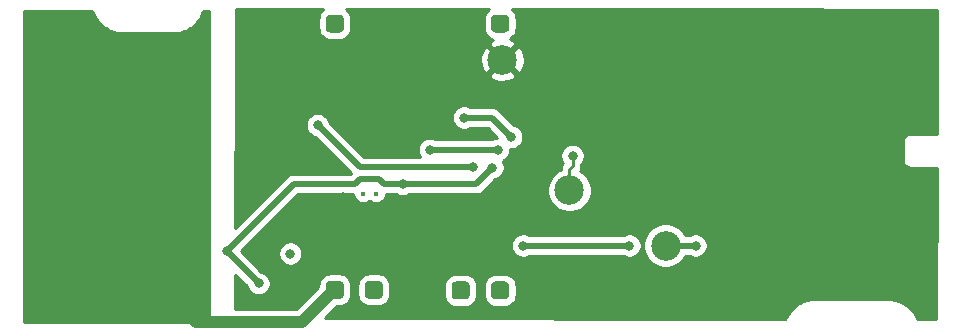
<source format=gbl>
G04 #@! TF.GenerationSoftware,KiCad,Pcbnew,(5.1.5)-3*
G04 #@! TF.CreationDate,2020-07-28T19:33:27-07:00*
G04 #@! TF.ProjectId,Main Board,4d61696e-2042-46f6-9172-642e6b696361,rev?*
G04 #@! TF.SameCoordinates,Original*
G04 #@! TF.FileFunction,Copper,L2,Bot*
G04 #@! TF.FilePolarity,Positive*
%FSLAX46Y46*%
G04 Gerber Fmt 4.6, Leading zero omitted, Abs format (unit mm)*
G04 Created by KiCad (PCBNEW (5.1.5)-3) date 2020-07-28 19:33:27*
%MOMM*%
%LPD*%
G04 APERTURE LIST*
%ADD10C,0.100000*%
%ADD11C,0.400000*%
%ADD12C,2.500000*%
%ADD13C,0.800000*%
%ADD14C,1.000000*%
%ADD15C,1.000000*%
%ADD16C,0.500000*%
%ADD17C,0.250000*%
%ADD18C,0.254000*%
G04 APERTURE END LIST*
G04 #@! TA.AperFunction,ComponentPad*
D10*
G36*
X134468345Y-107389835D02*
G01*
X134505329Y-107395321D01*
X134541598Y-107404406D01*
X134576802Y-107417002D01*
X134610602Y-107432988D01*
X134642672Y-107452210D01*
X134672704Y-107474483D01*
X134700408Y-107499592D01*
X134725517Y-107527296D01*
X134747790Y-107557328D01*
X134767012Y-107589398D01*
X134782998Y-107623198D01*
X134795594Y-107658402D01*
X134804679Y-107694671D01*
X134810165Y-107731655D01*
X134812000Y-107769000D01*
X134812000Y-108531000D01*
X134810165Y-108568345D01*
X134804679Y-108605329D01*
X134795594Y-108641598D01*
X134782998Y-108676802D01*
X134767012Y-108710602D01*
X134747790Y-108742672D01*
X134725517Y-108772704D01*
X134700408Y-108800408D01*
X134672704Y-108825517D01*
X134642672Y-108847790D01*
X134610602Y-108867012D01*
X134576802Y-108882998D01*
X134541598Y-108895594D01*
X134505329Y-108904679D01*
X134468345Y-108910165D01*
X134431000Y-108912000D01*
X133669000Y-108912000D01*
X133631655Y-108910165D01*
X133594671Y-108904679D01*
X133558402Y-108895594D01*
X133523198Y-108882998D01*
X133489398Y-108867012D01*
X133457328Y-108847790D01*
X133427296Y-108825517D01*
X133399592Y-108800408D01*
X133374483Y-108772704D01*
X133352210Y-108742672D01*
X133332988Y-108710602D01*
X133317002Y-108676802D01*
X133304406Y-108641598D01*
X133295321Y-108605329D01*
X133289835Y-108568345D01*
X133288000Y-108531000D01*
X133288000Y-107769000D01*
X133289835Y-107731655D01*
X133295321Y-107694671D01*
X133304406Y-107658402D01*
X133317002Y-107623198D01*
X133332988Y-107589398D01*
X133352210Y-107557328D01*
X133374483Y-107527296D01*
X133399592Y-107499592D01*
X133427296Y-107474483D01*
X133457328Y-107452210D01*
X133489398Y-107432988D01*
X133523198Y-107417002D01*
X133558402Y-107404406D01*
X133594671Y-107395321D01*
X133631655Y-107389835D01*
X133669000Y-107388000D01*
X134431000Y-107388000D01*
X134468345Y-107389835D01*
G37*
G04 #@! TD.AperFunction*
G04 #@! TA.AperFunction,ComponentPad*
G36*
X148468345Y-107439835D02*
G01*
X148505329Y-107445321D01*
X148541598Y-107454406D01*
X148576802Y-107467002D01*
X148610602Y-107482988D01*
X148642672Y-107502210D01*
X148672704Y-107524483D01*
X148700408Y-107549592D01*
X148725517Y-107577296D01*
X148747790Y-107607328D01*
X148767012Y-107639398D01*
X148782998Y-107673198D01*
X148795594Y-107708402D01*
X148804679Y-107744671D01*
X148810165Y-107781655D01*
X148812000Y-107819000D01*
X148812000Y-108581000D01*
X148810165Y-108618345D01*
X148804679Y-108655329D01*
X148795594Y-108691598D01*
X148782998Y-108726802D01*
X148767012Y-108760602D01*
X148747790Y-108792672D01*
X148725517Y-108822704D01*
X148700408Y-108850408D01*
X148672704Y-108875517D01*
X148642672Y-108897790D01*
X148610602Y-108917012D01*
X148576802Y-108932998D01*
X148541598Y-108945594D01*
X148505329Y-108954679D01*
X148468345Y-108960165D01*
X148431000Y-108962000D01*
X147669000Y-108962000D01*
X147631655Y-108960165D01*
X147594671Y-108954679D01*
X147558402Y-108945594D01*
X147523198Y-108932998D01*
X147489398Y-108917012D01*
X147457328Y-108897790D01*
X147427296Y-108875517D01*
X147399592Y-108850408D01*
X147374483Y-108822704D01*
X147352210Y-108792672D01*
X147332988Y-108760602D01*
X147317002Y-108726802D01*
X147304406Y-108691598D01*
X147295321Y-108655329D01*
X147289835Y-108618345D01*
X147288000Y-108581000D01*
X147288000Y-107819000D01*
X147289835Y-107781655D01*
X147295321Y-107744671D01*
X147304406Y-107708402D01*
X147317002Y-107673198D01*
X147332988Y-107639398D01*
X147352210Y-107607328D01*
X147374483Y-107577296D01*
X147399592Y-107549592D01*
X147427296Y-107524483D01*
X147457328Y-107502210D01*
X147489398Y-107482988D01*
X147523198Y-107467002D01*
X147558402Y-107454406D01*
X147594671Y-107445321D01*
X147631655Y-107439835D01*
X147669000Y-107438000D01*
X148431000Y-107438000D01*
X148468345Y-107439835D01*
G37*
G04 #@! TD.AperFunction*
G04 #@! TA.AperFunction,ComponentPad*
G36*
X148468345Y-84839835D02*
G01*
X148505329Y-84845321D01*
X148541598Y-84854406D01*
X148576802Y-84867002D01*
X148610602Y-84882988D01*
X148642672Y-84902210D01*
X148672704Y-84924483D01*
X148700408Y-84949592D01*
X148725517Y-84977296D01*
X148747790Y-85007328D01*
X148767012Y-85039398D01*
X148782998Y-85073198D01*
X148795594Y-85108402D01*
X148804679Y-85144671D01*
X148810165Y-85181655D01*
X148812000Y-85219000D01*
X148812000Y-85981000D01*
X148810165Y-86018345D01*
X148804679Y-86055329D01*
X148795594Y-86091598D01*
X148782998Y-86126802D01*
X148767012Y-86160602D01*
X148747790Y-86192672D01*
X148725517Y-86222704D01*
X148700408Y-86250408D01*
X148672704Y-86275517D01*
X148642672Y-86297790D01*
X148610602Y-86317012D01*
X148576802Y-86332998D01*
X148541598Y-86345594D01*
X148505329Y-86354679D01*
X148468345Y-86360165D01*
X148431000Y-86362000D01*
X147669000Y-86362000D01*
X147631655Y-86360165D01*
X147594671Y-86354679D01*
X147558402Y-86345594D01*
X147523198Y-86332998D01*
X147489398Y-86317012D01*
X147457328Y-86297790D01*
X147427296Y-86275517D01*
X147399592Y-86250408D01*
X147374483Y-86222704D01*
X147352210Y-86192672D01*
X147332988Y-86160602D01*
X147317002Y-86126802D01*
X147304406Y-86091598D01*
X147295321Y-86055329D01*
X147289835Y-86018345D01*
X147288000Y-85981000D01*
X147288000Y-85219000D01*
X147289835Y-85181655D01*
X147295321Y-85144671D01*
X147304406Y-85108402D01*
X147317002Y-85073198D01*
X147332988Y-85039398D01*
X147352210Y-85007328D01*
X147374483Y-84977296D01*
X147399592Y-84949592D01*
X147427296Y-84924483D01*
X147457328Y-84902210D01*
X147489398Y-84882988D01*
X147523198Y-84867002D01*
X147558402Y-84854406D01*
X147594671Y-84845321D01*
X147631655Y-84839835D01*
X147669000Y-84838000D01*
X148431000Y-84838000D01*
X148468345Y-84839835D01*
G37*
G04 #@! TD.AperFunction*
G04 #@! TA.AperFunction,ComponentPad*
G36*
X134468345Y-84839835D02*
G01*
X134505329Y-84845321D01*
X134541598Y-84854406D01*
X134576802Y-84867002D01*
X134610602Y-84882988D01*
X134642672Y-84902210D01*
X134672704Y-84924483D01*
X134700408Y-84949592D01*
X134725517Y-84977296D01*
X134747790Y-85007328D01*
X134767012Y-85039398D01*
X134782998Y-85073198D01*
X134795594Y-85108402D01*
X134804679Y-85144671D01*
X134810165Y-85181655D01*
X134812000Y-85219000D01*
X134812000Y-85981000D01*
X134810165Y-86018345D01*
X134804679Y-86055329D01*
X134795594Y-86091598D01*
X134782998Y-86126802D01*
X134767012Y-86160602D01*
X134747790Y-86192672D01*
X134725517Y-86222704D01*
X134700408Y-86250408D01*
X134672704Y-86275517D01*
X134642672Y-86297790D01*
X134610602Y-86317012D01*
X134576802Y-86332998D01*
X134541598Y-86345594D01*
X134505329Y-86354679D01*
X134468345Y-86360165D01*
X134431000Y-86362000D01*
X133669000Y-86362000D01*
X133631655Y-86360165D01*
X133594671Y-86354679D01*
X133558402Y-86345594D01*
X133523198Y-86332998D01*
X133489398Y-86317012D01*
X133457328Y-86297790D01*
X133427296Y-86275517D01*
X133399592Y-86250408D01*
X133374483Y-86222704D01*
X133352210Y-86192672D01*
X133332988Y-86160602D01*
X133317002Y-86126802D01*
X133304406Y-86091598D01*
X133295321Y-86055329D01*
X133289835Y-86018345D01*
X133288000Y-85981000D01*
X133288000Y-85219000D01*
X133289835Y-85181655D01*
X133295321Y-85144671D01*
X133304406Y-85108402D01*
X133317002Y-85073198D01*
X133332988Y-85039398D01*
X133352210Y-85007328D01*
X133374483Y-84977296D01*
X133399592Y-84949592D01*
X133427296Y-84924483D01*
X133457328Y-84902210D01*
X133489398Y-84882988D01*
X133523198Y-84867002D01*
X133558402Y-84854406D01*
X133594671Y-84845321D01*
X133631655Y-84839835D01*
X133669000Y-84838000D01*
X134431000Y-84838000D01*
X134468345Y-84839835D01*
G37*
G04 #@! TD.AperFunction*
G04 #@! TA.AperFunction,ComponentPad*
G36*
X137768345Y-107389835D02*
G01*
X137805329Y-107395321D01*
X137841598Y-107404406D01*
X137876802Y-107417002D01*
X137910602Y-107432988D01*
X137942672Y-107452210D01*
X137972704Y-107474483D01*
X138000408Y-107499592D01*
X138025517Y-107527296D01*
X138047790Y-107557328D01*
X138067012Y-107589398D01*
X138082998Y-107623198D01*
X138095594Y-107658402D01*
X138104679Y-107694671D01*
X138110165Y-107731655D01*
X138112000Y-107769000D01*
X138112000Y-108531000D01*
X138110165Y-108568345D01*
X138104679Y-108605329D01*
X138095594Y-108641598D01*
X138082998Y-108676802D01*
X138067012Y-108710602D01*
X138047790Y-108742672D01*
X138025517Y-108772704D01*
X138000408Y-108800408D01*
X137972704Y-108825517D01*
X137942672Y-108847790D01*
X137910602Y-108867012D01*
X137876802Y-108882998D01*
X137841598Y-108895594D01*
X137805329Y-108904679D01*
X137768345Y-108910165D01*
X137731000Y-108912000D01*
X136969000Y-108912000D01*
X136931655Y-108910165D01*
X136894671Y-108904679D01*
X136858402Y-108895594D01*
X136823198Y-108882998D01*
X136789398Y-108867012D01*
X136757328Y-108847790D01*
X136727296Y-108825517D01*
X136699592Y-108800408D01*
X136674483Y-108772704D01*
X136652210Y-108742672D01*
X136632988Y-108710602D01*
X136617002Y-108676802D01*
X136604406Y-108641598D01*
X136595321Y-108605329D01*
X136589835Y-108568345D01*
X136588000Y-108531000D01*
X136588000Y-107769000D01*
X136589835Y-107731655D01*
X136595321Y-107694671D01*
X136604406Y-107658402D01*
X136617002Y-107623198D01*
X136632988Y-107589398D01*
X136652210Y-107557328D01*
X136674483Y-107527296D01*
X136699592Y-107499592D01*
X136727296Y-107474483D01*
X136757328Y-107452210D01*
X136789398Y-107432988D01*
X136823198Y-107417002D01*
X136858402Y-107404406D01*
X136894671Y-107395321D01*
X136931655Y-107389835D01*
X136969000Y-107388000D01*
X137731000Y-107388000D01*
X137768345Y-107389835D01*
G37*
G04 #@! TD.AperFunction*
G04 #@! TA.AperFunction,ComponentPad*
G36*
X145118345Y-107439835D02*
G01*
X145155329Y-107445321D01*
X145191598Y-107454406D01*
X145226802Y-107467002D01*
X145260602Y-107482988D01*
X145292672Y-107502210D01*
X145322704Y-107524483D01*
X145350408Y-107549592D01*
X145375517Y-107577296D01*
X145397790Y-107607328D01*
X145417012Y-107639398D01*
X145432998Y-107673198D01*
X145445594Y-107708402D01*
X145454679Y-107744671D01*
X145460165Y-107781655D01*
X145462000Y-107819000D01*
X145462000Y-108581000D01*
X145460165Y-108618345D01*
X145454679Y-108655329D01*
X145445594Y-108691598D01*
X145432998Y-108726802D01*
X145417012Y-108760602D01*
X145397790Y-108792672D01*
X145375517Y-108822704D01*
X145350408Y-108850408D01*
X145322704Y-108875517D01*
X145292672Y-108897790D01*
X145260602Y-108917012D01*
X145226802Y-108932998D01*
X145191598Y-108945594D01*
X145155329Y-108954679D01*
X145118345Y-108960165D01*
X145081000Y-108962000D01*
X144319000Y-108962000D01*
X144281655Y-108960165D01*
X144244671Y-108954679D01*
X144208402Y-108945594D01*
X144173198Y-108932998D01*
X144139398Y-108917012D01*
X144107328Y-108897790D01*
X144077296Y-108875517D01*
X144049592Y-108850408D01*
X144024483Y-108822704D01*
X144002210Y-108792672D01*
X143982988Y-108760602D01*
X143967002Y-108726802D01*
X143954406Y-108691598D01*
X143945321Y-108655329D01*
X143939835Y-108618345D01*
X143938000Y-108581000D01*
X143938000Y-107819000D01*
X143939835Y-107781655D01*
X143945321Y-107744671D01*
X143954406Y-107708402D01*
X143967002Y-107673198D01*
X143982988Y-107639398D01*
X144002210Y-107607328D01*
X144024483Y-107577296D01*
X144049592Y-107549592D01*
X144077296Y-107524483D01*
X144107328Y-107502210D01*
X144139398Y-107482988D01*
X144173198Y-107467002D01*
X144208402Y-107454406D01*
X144244671Y-107445321D01*
X144281655Y-107439835D01*
X144319000Y-107438000D01*
X145081000Y-107438000D01*
X145118345Y-107439835D01*
G37*
G04 #@! TD.AperFunction*
D11*
X136450000Y-100000000D03*
X137550000Y-100000000D03*
D12*
X162060000Y-104400000D03*
X148250000Y-88660000D03*
X153920000Y-99700000D03*
D13*
X130280000Y-105080000D03*
X114190000Y-89780000D03*
X117790000Y-89780000D03*
X116190000Y-89780000D03*
X112190000Y-89780000D03*
X110190000Y-89780000D03*
X108190000Y-89780000D03*
X108790000Y-101980000D03*
X108780000Y-107530000D03*
X108390000Y-97180000D03*
X108410000Y-94820000D03*
X112300000Y-107570000D03*
D14*
X121590000Y-110180000D03*
X122790000Y-109380000D03*
X120090000Y-109880000D03*
X118590000Y-109880000D03*
X117090000Y-109880000D03*
X115590000Y-109880000D03*
X114090000Y-109880000D03*
X112590000Y-109880000D03*
X111090000Y-109880000D03*
X109590000Y-109880000D03*
X108290000Y-109890000D03*
D13*
X114590000Y-99380000D03*
X116590000Y-100880000D03*
X114590000Y-101380000D03*
X111800000Y-104400000D03*
X108800000Y-104150000D03*
X108810000Y-99560000D03*
X111120000Y-100990000D03*
X111100000Y-99210000D03*
X108290000Y-92650000D03*
X110600000Y-107400000D03*
X128590000Y-88380000D03*
X129000000Y-90400000D03*
X133400000Y-102600000D03*
X142000000Y-109600000D03*
X140000000Y-109600000D03*
X141000000Y-108200000D03*
X146030000Y-101040000D03*
X148082000Y-102616000D03*
X151000000Y-108400000D03*
X149860000Y-106426000D03*
X141200000Y-100400000D03*
X134760000Y-100270000D03*
X164084000Y-85344000D03*
X167894000Y-85420000D03*
X172974000Y-85344000D03*
X177546000Y-85430000D03*
X184500000Y-85270000D03*
X184260000Y-90590000D03*
X181570000Y-96120000D03*
X179832000Y-91186000D03*
X170590000Y-87630000D03*
X164084000Y-94742000D03*
X173482000Y-93218000D03*
X172000000Y-94600000D03*
X177800000Y-98552000D03*
X150640000Y-91440000D03*
X154000000Y-87000000D03*
X150640000Y-87090000D03*
X151640000Y-85320000D03*
X155370000Y-85180000D03*
X127140000Y-104920000D03*
X132460000Y-104780000D03*
X131064000Y-102362000D03*
X126800000Y-95000000D03*
X132000000Y-96600000D03*
X125984000Y-108204000D03*
X128290000Y-109474000D03*
X179200000Y-92800000D03*
X126280000Y-99960000D03*
X163150000Y-90820000D03*
X142600000Y-100600000D03*
X140500000Y-87500000D03*
X144500000Y-87500000D03*
X144500000Y-91000000D03*
X140500000Y-91000000D03*
X140500000Y-91000000D03*
X133700000Y-88300000D03*
X137600000Y-87500000D03*
X150000000Y-104400000D03*
X159000000Y-104400000D03*
X164600000Y-104400000D03*
X144990000Y-93560000D03*
X149000000Y-95200000D03*
X142090000Y-96280000D03*
X147880000Y-96280000D03*
X145790000Y-97780000D03*
X132600000Y-94200000D03*
X154180000Y-96800000D03*
X139790000Y-99180000D03*
X124890000Y-104880000D03*
X147400000Y-97800000D03*
X127600000Y-107600000D03*
D15*
X131269999Y-110880001D02*
X122290001Y-110880001D01*
X122290001Y-110880001D02*
X121590000Y-110180000D01*
X133950000Y-108200000D02*
X131269999Y-110880001D01*
X121590000Y-110180000D02*
X121590000Y-110180000D01*
D16*
X159000000Y-104400000D02*
X150000000Y-104400000D01*
X162060000Y-104400000D02*
X164600000Y-104400000D01*
X149000000Y-95200000D02*
X147360000Y-93560000D01*
X147360000Y-93560000D02*
X144990000Y-93560000D01*
X142090000Y-96280000D02*
X147880000Y-96280000D01*
X136180000Y-97780000D02*
X132600000Y-94200000D01*
X136180000Y-97780000D02*
X145790000Y-97780000D01*
D17*
X153920000Y-97932234D02*
X154180000Y-97672234D01*
X154180000Y-97672234D02*
X154180000Y-96800000D01*
X153920000Y-99700000D02*
X153920000Y-97932234D01*
X154180000Y-96800000D02*
X154180000Y-96800000D01*
D16*
X139790000Y-99180000D02*
X138180000Y-99180000D01*
X130585000Y-99185000D02*
X124890000Y-104880000D01*
X130590000Y-99180000D02*
X130585000Y-99185000D01*
X135780000Y-99180000D02*
X130590000Y-99180000D01*
X136160000Y-98800000D02*
X135780000Y-99180000D01*
X137800000Y-98800000D02*
X136160000Y-98800000D01*
X138180000Y-99180000D02*
X137800000Y-98800000D01*
X147400000Y-97800000D02*
X146020000Y-99180000D01*
X146020000Y-99180000D02*
X139790000Y-99180000D01*
X127600000Y-107600000D02*
X124890000Y-104890000D01*
D18*
G36*
X113606354Y-84732320D02*
G01*
X113629251Y-84786789D01*
X113651390Y-84841585D01*
X113655664Y-84849623D01*
X113844785Y-85199396D01*
X113877836Y-85248396D01*
X113910188Y-85297836D01*
X113915941Y-85304890D01*
X114169398Y-85611267D01*
X114211340Y-85652917D01*
X114252676Y-85695128D01*
X114259690Y-85700931D01*
X114567829Y-85952243D01*
X114617089Y-85984972D01*
X114665810Y-86018331D01*
X114673812Y-86022658D01*
X114673816Y-86022661D01*
X114673820Y-86022663D01*
X115024901Y-86209335D01*
X115079562Y-86231865D01*
X115133851Y-86255133D01*
X115142541Y-86257823D01*
X115142548Y-86257826D01*
X115142555Y-86257827D01*
X115523203Y-86372752D01*
X115581220Y-86384240D01*
X115638974Y-86396516D01*
X115648018Y-86397467D01*
X115648028Y-86397469D01*
X115648037Y-86397469D01*
X116043758Y-86436270D01*
X116043764Y-86436270D01*
X116075360Y-86439382D01*
X120372022Y-86439382D01*
X120400675Y-86436560D01*
X120413315Y-86436648D01*
X120422375Y-86435760D01*
X120817825Y-86394197D01*
X120875737Y-86382310D01*
X120933761Y-86371241D01*
X120942470Y-86368612D01*
X120942474Y-86368611D01*
X120942477Y-86368610D01*
X121322320Y-86251028D01*
X121376789Y-86228131D01*
X121431585Y-86205992D01*
X121439623Y-86201718D01*
X121789396Y-86012597D01*
X121838396Y-85979546D01*
X121887836Y-85947194D01*
X121894890Y-85941441D01*
X122201267Y-85687984D01*
X122242917Y-85646042D01*
X122285128Y-85604706D01*
X122290931Y-85597692D01*
X122542243Y-85289553D01*
X122574972Y-85240293D01*
X122608331Y-85191572D01*
X122612658Y-85183570D01*
X122612661Y-85183566D01*
X122612663Y-85183562D01*
X122799335Y-84832481D01*
X122821865Y-84777820D01*
X122845133Y-84723531D01*
X122847823Y-84714841D01*
X122847826Y-84714834D01*
X122847827Y-84714827D01*
X122910574Y-84507000D01*
X123376202Y-84507000D01*
X123376202Y-110853000D01*
X107772000Y-110853000D01*
X107772000Y-84507000D01*
X113536605Y-84507000D01*
X113606354Y-84732320D01*
G37*
X113606354Y-84732320D02*
X113629251Y-84786789D01*
X113651390Y-84841585D01*
X113655664Y-84849623D01*
X113844785Y-85199396D01*
X113877836Y-85248396D01*
X113910188Y-85297836D01*
X113915941Y-85304890D01*
X114169398Y-85611267D01*
X114211340Y-85652917D01*
X114252676Y-85695128D01*
X114259690Y-85700931D01*
X114567829Y-85952243D01*
X114617089Y-85984972D01*
X114665810Y-86018331D01*
X114673812Y-86022658D01*
X114673816Y-86022661D01*
X114673820Y-86022663D01*
X115024901Y-86209335D01*
X115079562Y-86231865D01*
X115133851Y-86255133D01*
X115142541Y-86257823D01*
X115142548Y-86257826D01*
X115142555Y-86257827D01*
X115523203Y-86372752D01*
X115581220Y-86384240D01*
X115638974Y-86396516D01*
X115648018Y-86397467D01*
X115648028Y-86397469D01*
X115648037Y-86397469D01*
X116043758Y-86436270D01*
X116043764Y-86436270D01*
X116075360Y-86439382D01*
X120372022Y-86439382D01*
X120400675Y-86436560D01*
X120413315Y-86436648D01*
X120422375Y-86435760D01*
X120817825Y-86394197D01*
X120875737Y-86382310D01*
X120933761Y-86371241D01*
X120942470Y-86368612D01*
X120942474Y-86368611D01*
X120942477Y-86368610D01*
X121322320Y-86251028D01*
X121376789Y-86228131D01*
X121431585Y-86205992D01*
X121439623Y-86201718D01*
X121789396Y-86012597D01*
X121838396Y-85979546D01*
X121887836Y-85947194D01*
X121894890Y-85941441D01*
X122201267Y-85687984D01*
X122242917Y-85646042D01*
X122285128Y-85604706D01*
X122290931Y-85597692D01*
X122542243Y-85289553D01*
X122574972Y-85240293D01*
X122608331Y-85191572D01*
X122612658Y-85183570D01*
X122612661Y-85183566D01*
X122612663Y-85183562D01*
X122799335Y-84832481D01*
X122821865Y-84777820D01*
X122845133Y-84723531D01*
X122847823Y-84714841D01*
X122847826Y-84714834D01*
X122847827Y-84714827D01*
X122910574Y-84507000D01*
X123376202Y-84507000D01*
X123376202Y-110853000D01*
X107772000Y-110853000D01*
X107772000Y-84507000D01*
X113536605Y-84507000D01*
X113606354Y-84732320D01*
G36*
X132954092Y-84504092D02*
G01*
X132828357Y-84657300D01*
X132734927Y-84832094D01*
X132677394Y-85021757D01*
X132657967Y-85219000D01*
X132657967Y-85981000D01*
X132677394Y-86178243D01*
X132734927Y-86367906D01*
X132828357Y-86542700D01*
X132954092Y-86695908D01*
X133107300Y-86821643D01*
X133282094Y-86915073D01*
X133471757Y-86972606D01*
X133669000Y-86992033D01*
X134431000Y-86992033D01*
X134628243Y-86972606D01*
X134817906Y-86915073D01*
X134992700Y-86821643D01*
X135145908Y-86695908D01*
X135271643Y-86542700D01*
X135365073Y-86367906D01*
X135422606Y-86178243D01*
X135442033Y-85981000D01*
X135442033Y-85219000D01*
X135422606Y-85021757D01*
X135365073Y-84832094D01*
X135271643Y-84657300D01*
X135145908Y-84504092D01*
X135021509Y-84402000D01*
X147078491Y-84402000D01*
X146954092Y-84504092D01*
X146828357Y-84657300D01*
X146734927Y-84832094D01*
X146677394Y-85021757D01*
X146657967Y-85219000D01*
X146657967Y-85981000D01*
X146677394Y-86178243D01*
X146734927Y-86367906D01*
X146828357Y-86542700D01*
X146954092Y-86695908D01*
X147107300Y-86821643D01*
X147282094Y-86915073D01*
X147425165Y-86958473D01*
X147241914Y-87056423D01*
X147116000Y-87346395D01*
X148250000Y-88480395D01*
X149384000Y-87346395D01*
X149258086Y-87056423D01*
X148925874Y-86890567D01*
X148884765Y-86879336D01*
X148992700Y-86821643D01*
X149145908Y-86695908D01*
X149271643Y-86542700D01*
X149365073Y-86367906D01*
X149422606Y-86178243D01*
X149442033Y-85981000D01*
X149442033Y-85219000D01*
X149422606Y-85021757D01*
X149365073Y-84832094D01*
X149271643Y-84657300D01*
X149145908Y-84504092D01*
X149021509Y-84402000D01*
X166025800Y-84402000D01*
X185052496Y-84446701D01*
X185010824Y-94948000D01*
X182832022Y-94948000D01*
X182800000Y-94944846D01*
X182767978Y-94948000D01*
X182672186Y-94957435D01*
X182549283Y-94994717D01*
X182436016Y-95055259D01*
X182336736Y-95136736D01*
X182255259Y-95236016D01*
X182194717Y-95349283D01*
X182157435Y-95472186D01*
X182144846Y-95600000D01*
X182148000Y-95632022D01*
X182148001Y-97127968D01*
X182144846Y-97160000D01*
X182157435Y-97287814D01*
X182194717Y-97410717D01*
X182255259Y-97523984D01*
X182336736Y-97623264D01*
X182436016Y-97704741D01*
X182549283Y-97765283D01*
X182672186Y-97802565D01*
X182767978Y-97812000D01*
X182800000Y-97815154D01*
X182832022Y-97812000D01*
X184999459Y-97812000D01*
X184948504Y-110652702D01*
X183387638Y-110649035D01*
X183381028Y-110627680D01*
X183358120Y-110573183D01*
X183335992Y-110518415D01*
X183331722Y-110510385D01*
X183331718Y-110510375D01*
X183331713Y-110510367D01*
X183142597Y-110160604D01*
X183109546Y-110111604D01*
X183077194Y-110062164D01*
X183071441Y-110055110D01*
X182817984Y-109748733D01*
X182776042Y-109707083D01*
X182734706Y-109664872D01*
X182727692Y-109659069D01*
X182419553Y-109407757D01*
X182370308Y-109375039D01*
X182321572Y-109341669D01*
X182313565Y-109337339D01*
X181962481Y-109150665D01*
X181907820Y-109128135D01*
X181853531Y-109104867D01*
X181844841Y-109102177D01*
X181844834Y-109102174D01*
X181844827Y-109102173D01*
X181464179Y-108987248D01*
X181406162Y-108975760D01*
X181348408Y-108963484D01*
X181339364Y-108962533D01*
X181339354Y-108962531D01*
X181339345Y-108962531D01*
X180943625Y-108923730D01*
X180943618Y-108923730D01*
X180912022Y-108920618D01*
X174643360Y-108920618D01*
X174614707Y-108923440D01*
X174602067Y-108923352D01*
X174593007Y-108924240D01*
X174197557Y-108965803D01*
X174139632Y-108977693D01*
X174081622Y-108988759D01*
X174072915Y-108991388D01*
X174072908Y-108991389D01*
X174072902Y-108991392D01*
X173693062Y-109108972D01*
X173638565Y-109131880D01*
X173583797Y-109154008D01*
X173575767Y-109158278D01*
X173575757Y-109158282D01*
X173575749Y-109158287D01*
X173225986Y-109347403D01*
X173176986Y-109380454D01*
X173127546Y-109412806D01*
X173120492Y-109418559D01*
X172814115Y-109672016D01*
X172772465Y-109713958D01*
X172730254Y-109755294D01*
X172724451Y-109762308D01*
X172473139Y-110070447D01*
X172440421Y-110119692D01*
X172407051Y-110168428D01*
X172402721Y-110176435D01*
X172216047Y-110527519D01*
X172193517Y-110582180D01*
X172176153Y-110622695D01*
X133212664Y-110531155D01*
X134201786Y-109542033D01*
X134431000Y-109542033D01*
X134628243Y-109522606D01*
X134817906Y-109465073D01*
X134992700Y-109371643D01*
X135145908Y-109245908D01*
X135271643Y-109092700D01*
X135365073Y-108917906D01*
X135422606Y-108728243D01*
X135442033Y-108531000D01*
X135442033Y-107769000D01*
X135957967Y-107769000D01*
X135957967Y-108531000D01*
X135977394Y-108728243D01*
X136034927Y-108917906D01*
X136128357Y-109092700D01*
X136254092Y-109245908D01*
X136407300Y-109371643D01*
X136582094Y-109465073D01*
X136771757Y-109522606D01*
X136969000Y-109542033D01*
X137731000Y-109542033D01*
X137928243Y-109522606D01*
X138117906Y-109465073D01*
X138292700Y-109371643D01*
X138445908Y-109245908D01*
X138571643Y-109092700D01*
X138665073Y-108917906D01*
X138722606Y-108728243D01*
X138742033Y-108531000D01*
X138742033Y-107819000D01*
X143307967Y-107819000D01*
X143307967Y-108581000D01*
X143327394Y-108778243D01*
X143384927Y-108967906D01*
X143478357Y-109142700D01*
X143604092Y-109295908D01*
X143757300Y-109421643D01*
X143932094Y-109515073D01*
X144121757Y-109572606D01*
X144319000Y-109592033D01*
X145081000Y-109592033D01*
X145278243Y-109572606D01*
X145467906Y-109515073D01*
X145642700Y-109421643D01*
X145795908Y-109295908D01*
X145921643Y-109142700D01*
X146015073Y-108967906D01*
X146072606Y-108778243D01*
X146092033Y-108581000D01*
X146092033Y-107819000D01*
X146657967Y-107819000D01*
X146657967Y-108581000D01*
X146677394Y-108778243D01*
X146734927Y-108967906D01*
X146828357Y-109142700D01*
X146954092Y-109295908D01*
X147107300Y-109421643D01*
X147282094Y-109515073D01*
X147471757Y-109572606D01*
X147669000Y-109592033D01*
X148431000Y-109592033D01*
X148628243Y-109572606D01*
X148817906Y-109515073D01*
X148992700Y-109421643D01*
X149145908Y-109295908D01*
X149271643Y-109142700D01*
X149365073Y-108967906D01*
X149422606Y-108778243D01*
X149442033Y-108581000D01*
X149442033Y-107819000D01*
X149422606Y-107621757D01*
X149365073Y-107432094D01*
X149271643Y-107257300D01*
X149145908Y-107104092D01*
X148992700Y-106978357D01*
X148817906Y-106884927D01*
X148628243Y-106827394D01*
X148431000Y-106807967D01*
X147669000Y-106807967D01*
X147471757Y-106827394D01*
X147282094Y-106884927D01*
X147107300Y-106978357D01*
X146954092Y-107104092D01*
X146828357Y-107257300D01*
X146734927Y-107432094D01*
X146677394Y-107621757D01*
X146657967Y-107819000D01*
X146092033Y-107819000D01*
X146072606Y-107621757D01*
X146015073Y-107432094D01*
X145921643Y-107257300D01*
X145795908Y-107104092D01*
X145642700Y-106978357D01*
X145467906Y-106884927D01*
X145278243Y-106827394D01*
X145081000Y-106807967D01*
X144319000Y-106807967D01*
X144121757Y-106827394D01*
X143932094Y-106884927D01*
X143757300Y-106978357D01*
X143604092Y-107104092D01*
X143478357Y-107257300D01*
X143384927Y-107432094D01*
X143327394Y-107621757D01*
X143307967Y-107819000D01*
X138742033Y-107819000D01*
X138742033Y-107769000D01*
X138722606Y-107571757D01*
X138665073Y-107382094D01*
X138571643Y-107207300D01*
X138445908Y-107054092D01*
X138292700Y-106928357D01*
X138117906Y-106834927D01*
X137928243Y-106777394D01*
X137731000Y-106757967D01*
X136969000Y-106757967D01*
X136771757Y-106777394D01*
X136582094Y-106834927D01*
X136407300Y-106928357D01*
X136254092Y-107054092D01*
X136128357Y-107207300D01*
X136034927Y-107382094D01*
X135977394Y-107571757D01*
X135957967Y-107769000D01*
X135442033Y-107769000D01*
X135422606Y-107571757D01*
X135365073Y-107382094D01*
X135271643Y-107207300D01*
X135145908Y-107054092D01*
X134992700Y-106928357D01*
X134817906Y-106834927D01*
X134628243Y-106777394D01*
X134431000Y-106757967D01*
X133669000Y-106757967D01*
X133471757Y-106777394D01*
X133282094Y-106834927D01*
X133107300Y-106928357D01*
X132954092Y-107054092D01*
X132828357Y-107207300D01*
X132734927Y-107382094D01*
X132677394Y-107571757D01*
X132657967Y-107769000D01*
X132657967Y-107898214D01*
X130803181Y-109753001D01*
X125615521Y-109753001D01*
X125626972Y-106867238D01*
X126600838Y-107841104D01*
X126612467Y-107899565D01*
X126689885Y-108086467D01*
X126802277Y-108254674D01*
X126945326Y-108397723D01*
X127113533Y-108510115D01*
X127300435Y-108587533D01*
X127498849Y-108627000D01*
X127701151Y-108627000D01*
X127899565Y-108587533D01*
X128086467Y-108510115D01*
X128254674Y-108397723D01*
X128397723Y-108254674D01*
X128510115Y-108086467D01*
X128587533Y-107899565D01*
X128627000Y-107701151D01*
X128627000Y-107498849D01*
X128587533Y-107300435D01*
X128510115Y-107113533D01*
X128397723Y-106945326D01*
X128254674Y-106802277D01*
X128086467Y-106689885D01*
X127899565Y-106612467D01*
X127841104Y-106600838D01*
X126219115Y-104978849D01*
X129253000Y-104978849D01*
X129253000Y-105181151D01*
X129292467Y-105379565D01*
X129369885Y-105566467D01*
X129482277Y-105734674D01*
X129625326Y-105877723D01*
X129793533Y-105990115D01*
X129980435Y-106067533D01*
X130178849Y-106107000D01*
X130381151Y-106107000D01*
X130579565Y-106067533D01*
X130766467Y-105990115D01*
X130934674Y-105877723D01*
X131077723Y-105734674D01*
X131190115Y-105566467D01*
X131267533Y-105379565D01*
X131307000Y-105181151D01*
X131307000Y-104978849D01*
X131267533Y-104780435D01*
X131190115Y-104593533D01*
X131077723Y-104425326D01*
X130951246Y-104298849D01*
X148973000Y-104298849D01*
X148973000Y-104501151D01*
X149012467Y-104699565D01*
X149089885Y-104886467D01*
X149202277Y-105054674D01*
X149345326Y-105197723D01*
X149513533Y-105310115D01*
X149700435Y-105387533D01*
X149898849Y-105427000D01*
X150101151Y-105427000D01*
X150299565Y-105387533D01*
X150486467Y-105310115D01*
X150536027Y-105277000D01*
X158463973Y-105277000D01*
X158513533Y-105310115D01*
X158700435Y-105387533D01*
X158898849Y-105427000D01*
X159101151Y-105427000D01*
X159299565Y-105387533D01*
X159486467Y-105310115D01*
X159654674Y-105197723D01*
X159797723Y-105054674D01*
X159910115Y-104886467D01*
X159987533Y-104699565D01*
X160027000Y-104501151D01*
X160027000Y-104298849D01*
X160010348Y-104215132D01*
X160183000Y-104215132D01*
X160183000Y-104584868D01*
X160255132Y-104947501D01*
X160396624Y-105289093D01*
X160602039Y-105596518D01*
X160863482Y-105857961D01*
X161170907Y-106063376D01*
X161512499Y-106204868D01*
X161875132Y-106277000D01*
X162244868Y-106277000D01*
X162607501Y-106204868D01*
X162949093Y-106063376D01*
X163256518Y-105857961D01*
X163517961Y-105596518D01*
X163723376Y-105289093D01*
X163728385Y-105277000D01*
X164063973Y-105277000D01*
X164113533Y-105310115D01*
X164300435Y-105387533D01*
X164498849Y-105427000D01*
X164701151Y-105427000D01*
X164899565Y-105387533D01*
X165086467Y-105310115D01*
X165254674Y-105197723D01*
X165397723Y-105054674D01*
X165510115Y-104886467D01*
X165587533Y-104699565D01*
X165627000Y-104501151D01*
X165627000Y-104298849D01*
X165587533Y-104100435D01*
X165510115Y-103913533D01*
X165397723Y-103745326D01*
X165254674Y-103602277D01*
X165086467Y-103489885D01*
X164899565Y-103412467D01*
X164701151Y-103373000D01*
X164498849Y-103373000D01*
X164300435Y-103412467D01*
X164113533Y-103489885D01*
X164063973Y-103523000D01*
X163728385Y-103523000D01*
X163723376Y-103510907D01*
X163517961Y-103203482D01*
X163256518Y-102942039D01*
X162949093Y-102736624D01*
X162607501Y-102595132D01*
X162244868Y-102523000D01*
X161875132Y-102523000D01*
X161512499Y-102595132D01*
X161170907Y-102736624D01*
X160863482Y-102942039D01*
X160602039Y-103203482D01*
X160396624Y-103510907D01*
X160255132Y-103852499D01*
X160183000Y-104215132D01*
X160010348Y-104215132D01*
X159987533Y-104100435D01*
X159910115Y-103913533D01*
X159797723Y-103745326D01*
X159654674Y-103602277D01*
X159486467Y-103489885D01*
X159299565Y-103412467D01*
X159101151Y-103373000D01*
X158898849Y-103373000D01*
X158700435Y-103412467D01*
X158513533Y-103489885D01*
X158463973Y-103523000D01*
X150536027Y-103523000D01*
X150486467Y-103489885D01*
X150299565Y-103412467D01*
X150101151Y-103373000D01*
X149898849Y-103373000D01*
X149700435Y-103412467D01*
X149513533Y-103489885D01*
X149345326Y-103602277D01*
X149202277Y-103745326D01*
X149089885Y-103913533D01*
X149012467Y-104100435D01*
X148973000Y-104298849D01*
X130951246Y-104298849D01*
X130934674Y-104282277D01*
X130766467Y-104169885D01*
X130579565Y-104092467D01*
X130381151Y-104053000D01*
X130178849Y-104053000D01*
X129980435Y-104092467D01*
X129793533Y-104169885D01*
X129625326Y-104282277D01*
X129482277Y-104425326D01*
X129369885Y-104593533D01*
X129292467Y-104780435D01*
X129253000Y-104978849D01*
X126219115Y-104978849D01*
X126125265Y-104885000D01*
X130953265Y-100057000D01*
X135623000Y-100057000D01*
X135623000Y-100081452D01*
X135654782Y-100241227D01*
X135717123Y-100391731D01*
X135807628Y-100527181D01*
X135922819Y-100642372D01*
X136058269Y-100732877D01*
X136208773Y-100795218D01*
X136368548Y-100827000D01*
X136531452Y-100827000D01*
X136691227Y-100795218D01*
X136841731Y-100732877D01*
X136977181Y-100642372D01*
X137000000Y-100619553D01*
X137022819Y-100642372D01*
X137158269Y-100732877D01*
X137308773Y-100795218D01*
X137468548Y-100827000D01*
X137631452Y-100827000D01*
X137791227Y-100795218D01*
X137941731Y-100732877D01*
X138077181Y-100642372D01*
X138192372Y-100527181D01*
X138282877Y-100391731D01*
X138345218Y-100241227D01*
X138377000Y-100081452D01*
X138377000Y-100057000D01*
X139253973Y-100057000D01*
X139303533Y-100090115D01*
X139490435Y-100167533D01*
X139688849Y-100207000D01*
X139891151Y-100207000D01*
X140089565Y-100167533D01*
X140276467Y-100090115D01*
X140326027Y-100057000D01*
X145976921Y-100057000D01*
X146020000Y-100061243D01*
X146063079Y-100057000D01*
X146141157Y-100049310D01*
X146191922Y-100044310D01*
X146191925Y-100044309D01*
X146357237Y-99994162D01*
X146509592Y-99912727D01*
X146643133Y-99803133D01*
X146670597Y-99769668D01*
X146925133Y-99515132D01*
X152043000Y-99515132D01*
X152043000Y-99884868D01*
X152115132Y-100247501D01*
X152256624Y-100589093D01*
X152462039Y-100896518D01*
X152723482Y-101157961D01*
X153030907Y-101363376D01*
X153372499Y-101504868D01*
X153735132Y-101577000D01*
X154104868Y-101577000D01*
X154467501Y-101504868D01*
X154809093Y-101363376D01*
X155116518Y-101157961D01*
X155377961Y-100896518D01*
X155583376Y-100589093D01*
X155724868Y-100247501D01*
X155797000Y-99884868D01*
X155797000Y-99515132D01*
X155724868Y-99152499D01*
X155583376Y-98810907D01*
X155377961Y-98503482D01*
X155116518Y-98242039D01*
X154830328Y-98050813D01*
X154878118Y-97961404D01*
X154921119Y-97819652D01*
X154932000Y-97709172D01*
X154932000Y-97709170D01*
X154935638Y-97672234D01*
X154932000Y-97635299D01*
X154932000Y-97500397D01*
X154977723Y-97454674D01*
X155090115Y-97286467D01*
X155167533Y-97099565D01*
X155207000Y-96901151D01*
X155207000Y-96698849D01*
X155167533Y-96500435D01*
X155090115Y-96313533D01*
X154977723Y-96145326D01*
X154834674Y-96002277D01*
X154666467Y-95889885D01*
X154479565Y-95812467D01*
X154281151Y-95773000D01*
X154078849Y-95773000D01*
X153880435Y-95812467D01*
X153693533Y-95889885D01*
X153525326Y-96002277D01*
X153382277Y-96145326D01*
X153269885Y-96313533D01*
X153192467Y-96500435D01*
X153153000Y-96698849D01*
X153153000Y-96901151D01*
X153192467Y-97099565D01*
X153269885Y-97286467D01*
X153362902Y-97425677D01*
X153362138Y-97426608D01*
X153362137Y-97426609D01*
X153291710Y-97512424D01*
X153221882Y-97643065D01*
X153213034Y-97672234D01*
X153184808Y-97765283D01*
X153178882Y-97784817D01*
X153164362Y-97932234D01*
X153168001Y-97969179D01*
X153168001Y-97979838D01*
X153030907Y-98036624D01*
X152723482Y-98242039D01*
X152462039Y-98503482D01*
X152256624Y-98810907D01*
X152115132Y-99152499D01*
X152043000Y-99515132D01*
X146925133Y-99515132D01*
X147641103Y-98799162D01*
X147699565Y-98787533D01*
X147886467Y-98710115D01*
X148054674Y-98597723D01*
X148197723Y-98454674D01*
X148310115Y-98286467D01*
X148387533Y-98099565D01*
X148427000Y-97901151D01*
X148427000Y-97698849D01*
X148387533Y-97500435D01*
X148310115Y-97313533D01*
X148257742Y-97235151D01*
X148366467Y-97190115D01*
X148534674Y-97077723D01*
X148677723Y-96934674D01*
X148790115Y-96766467D01*
X148867533Y-96579565D01*
X148907000Y-96381151D01*
X148907000Y-96227000D01*
X149101151Y-96227000D01*
X149299565Y-96187533D01*
X149486467Y-96110115D01*
X149654674Y-95997723D01*
X149797723Y-95854674D01*
X149910115Y-95686467D01*
X149987533Y-95499565D01*
X150027000Y-95301151D01*
X150027000Y-95098849D01*
X149987533Y-94900435D01*
X149910115Y-94713533D01*
X149797723Y-94545326D01*
X149654674Y-94402277D01*
X149486467Y-94289885D01*
X149299565Y-94212467D01*
X149241103Y-94200838D01*
X148010597Y-92970332D01*
X147983133Y-92936867D01*
X147849592Y-92827273D01*
X147697237Y-92745838D01*
X147531922Y-92695690D01*
X147403079Y-92683000D01*
X147360000Y-92678757D01*
X147316921Y-92683000D01*
X145526027Y-92683000D01*
X145476467Y-92649885D01*
X145289565Y-92572467D01*
X145091151Y-92533000D01*
X144888849Y-92533000D01*
X144690435Y-92572467D01*
X144503533Y-92649885D01*
X144335326Y-92762277D01*
X144192277Y-92905326D01*
X144079885Y-93073533D01*
X144002467Y-93260435D01*
X143963000Y-93458849D01*
X143963000Y-93661151D01*
X144002467Y-93859565D01*
X144079885Y-94046467D01*
X144192277Y-94214674D01*
X144335326Y-94357723D01*
X144503533Y-94470115D01*
X144690435Y-94547533D01*
X144888849Y-94587000D01*
X145091151Y-94587000D01*
X145289565Y-94547533D01*
X145476467Y-94470115D01*
X145526027Y-94437000D01*
X146996735Y-94437000D01*
X147812735Y-95253000D01*
X147778849Y-95253000D01*
X147580435Y-95292467D01*
X147393533Y-95369885D01*
X147343973Y-95403000D01*
X142626027Y-95403000D01*
X142576467Y-95369885D01*
X142389565Y-95292467D01*
X142191151Y-95253000D01*
X141988849Y-95253000D01*
X141790435Y-95292467D01*
X141603533Y-95369885D01*
X141435326Y-95482277D01*
X141292277Y-95625326D01*
X141179885Y-95793533D01*
X141102467Y-95980435D01*
X141063000Y-96178849D01*
X141063000Y-96381151D01*
X141102467Y-96579565D01*
X141179885Y-96766467D01*
X141271113Y-96903000D01*
X136543265Y-96903000D01*
X133599162Y-93958897D01*
X133587533Y-93900435D01*
X133510115Y-93713533D01*
X133397723Y-93545326D01*
X133254674Y-93402277D01*
X133086467Y-93289885D01*
X132899565Y-93212467D01*
X132701151Y-93173000D01*
X132498849Y-93173000D01*
X132300435Y-93212467D01*
X132113533Y-93289885D01*
X131945326Y-93402277D01*
X131802277Y-93545326D01*
X131689885Y-93713533D01*
X131612467Y-93900435D01*
X131573000Y-94098849D01*
X131573000Y-94301151D01*
X131612467Y-94499565D01*
X131689885Y-94686467D01*
X131802277Y-94854674D01*
X131945326Y-94997723D01*
X132113533Y-95110115D01*
X132300435Y-95187533D01*
X132358897Y-95199162D01*
X135439735Y-98280000D01*
X135416736Y-98303000D01*
X130633079Y-98303000D01*
X130589999Y-98298757D01*
X130418078Y-98315690D01*
X130252763Y-98365838D01*
X130100408Y-98447273D01*
X129966867Y-98556867D01*
X129939406Y-98590329D01*
X125642767Y-102886968D01*
X125694010Y-89973605D01*
X147116000Y-89973605D01*
X147241914Y-90263577D01*
X147574126Y-90429433D01*
X147932312Y-90527290D01*
X148302706Y-90553389D01*
X148671075Y-90506725D01*
X149023262Y-90389094D01*
X149258086Y-90263577D01*
X149384000Y-89973605D01*
X148250000Y-88839605D01*
X147116000Y-89973605D01*
X125694010Y-89973605D01*
X125699014Y-88712706D01*
X146356611Y-88712706D01*
X146403275Y-89081075D01*
X146520906Y-89433262D01*
X146646423Y-89668086D01*
X146936395Y-89794000D01*
X148070395Y-88660000D01*
X148429605Y-88660000D01*
X149563605Y-89794000D01*
X149853577Y-89668086D01*
X150019433Y-89335874D01*
X150117290Y-88977688D01*
X150143389Y-88607294D01*
X150096725Y-88238925D01*
X149979094Y-87886738D01*
X149853577Y-87651914D01*
X149563605Y-87526000D01*
X148429605Y-88660000D01*
X148070395Y-88660000D01*
X146936395Y-87526000D01*
X146646423Y-87651914D01*
X146480567Y-87984126D01*
X146382710Y-88342312D01*
X146356611Y-88712706D01*
X125699014Y-88712706D01*
X125716120Y-84402000D01*
X133078491Y-84402000D01*
X132954092Y-84504092D01*
G37*
X132954092Y-84504092D02*
X132828357Y-84657300D01*
X132734927Y-84832094D01*
X132677394Y-85021757D01*
X132657967Y-85219000D01*
X132657967Y-85981000D01*
X132677394Y-86178243D01*
X132734927Y-86367906D01*
X132828357Y-86542700D01*
X132954092Y-86695908D01*
X133107300Y-86821643D01*
X133282094Y-86915073D01*
X133471757Y-86972606D01*
X133669000Y-86992033D01*
X134431000Y-86992033D01*
X134628243Y-86972606D01*
X134817906Y-86915073D01*
X134992700Y-86821643D01*
X135145908Y-86695908D01*
X135271643Y-86542700D01*
X135365073Y-86367906D01*
X135422606Y-86178243D01*
X135442033Y-85981000D01*
X135442033Y-85219000D01*
X135422606Y-85021757D01*
X135365073Y-84832094D01*
X135271643Y-84657300D01*
X135145908Y-84504092D01*
X135021509Y-84402000D01*
X147078491Y-84402000D01*
X146954092Y-84504092D01*
X146828357Y-84657300D01*
X146734927Y-84832094D01*
X146677394Y-85021757D01*
X146657967Y-85219000D01*
X146657967Y-85981000D01*
X146677394Y-86178243D01*
X146734927Y-86367906D01*
X146828357Y-86542700D01*
X146954092Y-86695908D01*
X147107300Y-86821643D01*
X147282094Y-86915073D01*
X147425165Y-86958473D01*
X147241914Y-87056423D01*
X147116000Y-87346395D01*
X148250000Y-88480395D01*
X149384000Y-87346395D01*
X149258086Y-87056423D01*
X148925874Y-86890567D01*
X148884765Y-86879336D01*
X148992700Y-86821643D01*
X149145908Y-86695908D01*
X149271643Y-86542700D01*
X149365073Y-86367906D01*
X149422606Y-86178243D01*
X149442033Y-85981000D01*
X149442033Y-85219000D01*
X149422606Y-85021757D01*
X149365073Y-84832094D01*
X149271643Y-84657300D01*
X149145908Y-84504092D01*
X149021509Y-84402000D01*
X166025800Y-84402000D01*
X185052496Y-84446701D01*
X185010824Y-94948000D01*
X182832022Y-94948000D01*
X182800000Y-94944846D01*
X182767978Y-94948000D01*
X182672186Y-94957435D01*
X182549283Y-94994717D01*
X182436016Y-95055259D01*
X182336736Y-95136736D01*
X182255259Y-95236016D01*
X182194717Y-95349283D01*
X182157435Y-95472186D01*
X182144846Y-95600000D01*
X182148000Y-95632022D01*
X182148001Y-97127968D01*
X182144846Y-97160000D01*
X182157435Y-97287814D01*
X182194717Y-97410717D01*
X182255259Y-97523984D01*
X182336736Y-97623264D01*
X182436016Y-97704741D01*
X182549283Y-97765283D01*
X182672186Y-97802565D01*
X182767978Y-97812000D01*
X182800000Y-97815154D01*
X182832022Y-97812000D01*
X184999459Y-97812000D01*
X184948504Y-110652702D01*
X183387638Y-110649035D01*
X183381028Y-110627680D01*
X183358120Y-110573183D01*
X183335992Y-110518415D01*
X183331722Y-110510385D01*
X183331718Y-110510375D01*
X183331713Y-110510367D01*
X183142597Y-110160604D01*
X183109546Y-110111604D01*
X183077194Y-110062164D01*
X183071441Y-110055110D01*
X182817984Y-109748733D01*
X182776042Y-109707083D01*
X182734706Y-109664872D01*
X182727692Y-109659069D01*
X182419553Y-109407757D01*
X182370308Y-109375039D01*
X182321572Y-109341669D01*
X182313565Y-109337339D01*
X181962481Y-109150665D01*
X181907820Y-109128135D01*
X181853531Y-109104867D01*
X181844841Y-109102177D01*
X181844834Y-109102174D01*
X181844827Y-109102173D01*
X181464179Y-108987248D01*
X181406162Y-108975760D01*
X181348408Y-108963484D01*
X181339364Y-108962533D01*
X181339354Y-108962531D01*
X181339345Y-108962531D01*
X180943625Y-108923730D01*
X180943618Y-108923730D01*
X180912022Y-108920618D01*
X174643360Y-108920618D01*
X174614707Y-108923440D01*
X174602067Y-108923352D01*
X174593007Y-108924240D01*
X174197557Y-108965803D01*
X174139632Y-108977693D01*
X174081622Y-108988759D01*
X174072915Y-108991388D01*
X174072908Y-108991389D01*
X174072902Y-108991392D01*
X173693062Y-109108972D01*
X173638565Y-109131880D01*
X173583797Y-109154008D01*
X173575767Y-109158278D01*
X173575757Y-109158282D01*
X173575749Y-109158287D01*
X173225986Y-109347403D01*
X173176986Y-109380454D01*
X173127546Y-109412806D01*
X173120492Y-109418559D01*
X172814115Y-109672016D01*
X172772465Y-109713958D01*
X172730254Y-109755294D01*
X172724451Y-109762308D01*
X172473139Y-110070447D01*
X172440421Y-110119692D01*
X172407051Y-110168428D01*
X172402721Y-110176435D01*
X172216047Y-110527519D01*
X172193517Y-110582180D01*
X172176153Y-110622695D01*
X133212664Y-110531155D01*
X134201786Y-109542033D01*
X134431000Y-109542033D01*
X134628243Y-109522606D01*
X134817906Y-109465073D01*
X134992700Y-109371643D01*
X135145908Y-109245908D01*
X135271643Y-109092700D01*
X135365073Y-108917906D01*
X135422606Y-108728243D01*
X135442033Y-108531000D01*
X135442033Y-107769000D01*
X135957967Y-107769000D01*
X135957967Y-108531000D01*
X135977394Y-108728243D01*
X136034927Y-108917906D01*
X136128357Y-109092700D01*
X136254092Y-109245908D01*
X136407300Y-109371643D01*
X136582094Y-109465073D01*
X136771757Y-109522606D01*
X136969000Y-109542033D01*
X137731000Y-109542033D01*
X137928243Y-109522606D01*
X138117906Y-109465073D01*
X138292700Y-109371643D01*
X138445908Y-109245908D01*
X138571643Y-109092700D01*
X138665073Y-108917906D01*
X138722606Y-108728243D01*
X138742033Y-108531000D01*
X138742033Y-107819000D01*
X143307967Y-107819000D01*
X143307967Y-108581000D01*
X143327394Y-108778243D01*
X143384927Y-108967906D01*
X143478357Y-109142700D01*
X143604092Y-109295908D01*
X143757300Y-109421643D01*
X143932094Y-109515073D01*
X144121757Y-109572606D01*
X144319000Y-109592033D01*
X145081000Y-109592033D01*
X145278243Y-109572606D01*
X145467906Y-109515073D01*
X145642700Y-109421643D01*
X145795908Y-109295908D01*
X145921643Y-109142700D01*
X146015073Y-108967906D01*
X146072606Y-108778243D01*
X146092033Y-108581000D01*
X146092033Y-107819000D01*
X146657967Y-107819000D01*
X146657967Y-108581000D01*
X146677394Y-108778243D01*
X146734927Y-108967906D01*
X146828357Y-109142700D01*
X146954092Y-109295908D01*
X147107300Y-109421643D01*
X147282094Y-109515073D01*
X147471757Y-109572606D01*
X147669000Y-109592033D01*
X148431000Y-109592033D01*
X148628243Y-109572606D01*
X148817906Y-109515073D01*
X148992700Y-109421643D01*
X149145908Y-109295908D01*
X149271643Y-109142700D01*
X149365073Y-108967906D01*
X149422606Y-108778243D01*
X149442033Y-108581000D01*
X149442033Y-107819000D01*
X149422606Y-107621757D01*
X149365073Y-107432094D01*
X149271643Y-107257300D01*
X149145908Y-107104092D01*
X148992700Y-106978357D01*
X148817906Y-106884927D01*
X148628243Y-106827394D01*
X148431000Y-106807967D01*
X147669000Y-106807967D01*
X147471757Y-106827394D01*
X147282094Y-106884927D01*
X147107300Y-106978357D01*
X146954092Y-107104092D01*
X146828357Y-107257300D01*
X146734927Y-107432094D01*
X146677394Y-107621757D01*
X146657967Y-107819000D01*
X146092033Y-107819000D01*
X146072606Y-107621757D01*
X146015073Y-107432094D01*
X145921643Y-107257300D01*
X145795908Y-107104092D01*
X145642700Y-106978357D01*
X145467906Y-106884927D01*
X145278243Y-106827394D01*
X145081000Y-106807967D01*
X144319000Y-106807967D01*
X144121757Y-106827394D01*
X143932094Y-106884927D01*
X143757300Y-106978357D01*
X143604092Y-107104092D01*
X143478357Y-107257300D01*
X143384927Y-107432094D01*
X143327394Y-107621757D01*
X143307967Y-107819000D01*
X138742033Y-107819000D01*
X138742033Y-107769000D01*
X138722606Y-107571757D01*
X138665073Y-107382094D01*
X138571643Y-107207300D01*
X138445908Y-107054092D01*
X138292700Y-106928357D01*
X138117906Y-106834927D01*
X137928243Y-106777394D01*
X137731000Y-106757967D01*
X136969000Y-106757967D01*
X136771757Y-106777394D01*
X136582094Y-106834927D01*
X136407300Y-106928357D01*
X136254092Y-107054092D01*
X136128357Y-107207300D01*
X136034927Y-107382094D01*
X135977394Y-107571757D01*
X135957967Y-107769000D01*
X135442033Y-107769000D01*
X135422606Y-107571757D01*
X135365073Y-107382094D01*
X135271643Y-107207300D01*
X135145908Y-107054092D01*
X134992700Y-106928357D01*
X134817906Y-106834927D01*
X134628243Y-106777394D01*
X134431000Y-106757967D01*
X133669000Y-106757967D01*
X133471757Y-106777394D01*
X133282094Y-106834927D01*
X133107300Y-106928357D01*
X132954092Y-107054092D01*
X132828357Y-107207300D01*
X132734927Y-107382094D01*
X132677394Y-107571757D01*
X132657967Y-107769000D01*
X132657967Y-107898214D01*
X130803181Y-109753001D01*
X125615521Y-109753001D01*
X125626972Y-106867238D01*
X126600838Y-107841104D01*
X126612467Y-107899565D01*
X126689885Y-108086467D01*
X126802277Y-108254674D01*
X126945326Y-108397723D01*
X127113533Y-108510115D01*
X127300435Y-108587533D01*
X127498849Y-108627000D01*
X127701151Y-108627000D01*
X127899565Y-108587533D01*
X128086467Y-108510115D01*
X128254674Y-108397723D01*
X128397723Y-108254674D01*
X128510115Y-108086467D01*
X128587533Y-107899565D01*
X128627000Y-107701151D01*
X128627000Y-107498849D01*
X128587533Y-107300435D01*
X128510115Y-107113533D01*
X128397723Y-106945326D01*
X128254674Y-106802277D01*
X128086467Y-106689885D01*
X127899565Y-106612467D01*
X127841104Y-106600838D01*
X126219115Y-104978849D01*
X129253000Y-104978849D01*
X129253000Y-105181151D01*
X129292467Y-105379565D01*
X129369885Y-105566467D01*
X129482277Y-105734674D01*
X129625326Y-105877723D01*
X129793533Y-105990115D01*
X129980435Y-106067533D01*
X130178849Y-106107000D01*
X130381151Y-106107000D01*
X130579565Y-106067533D01*
X130766467Y-105990115D01*
X130934674Y-105877723D01*
X131077723Y-105734674D01*
X131190115Y-105566467D01*
X131267533Y-105379565D01*
X131307000Y-105181151D01*
X131307000Y-104978849D01*
X131267533Y-104780435D01*
X131190115Y-104593533D01*
X131077723Y-104425326D01*
X130951246Y-104298849D01*
X148973000Y-104298849D01*
X148973000Y-104501151D01*
X149012467Y-104699565D01*
X149089885Y-104886467D01*
X149202277Y-105054674D01*
X149345326Y-105197723D01*
X149513533Y-105310115D01*
X149700435Y-105387533D01*
X149898849Y-105427000D01*
X150101151Y-105427000D01*
X150299565Y-105387533D01*
X150486467Y-105310115D01*
X150536027Y-105277000D01*
X158463973Y-105277000D01*
X158513533Y-105310115D01*
X158700435Y-105387533D01*
X158898849Y-105427000D01*
X159101151Y-105427000D01*
X159299565Y-105387533D01*
X159486467Y-105310115D01*
X159654674Y-105197723D01*
X159797723Y-105054674D01*
X159910115Y-104886467D01*
X159987533Y-104699565D01*
X160027000Y-104501151D01*
X160027000Y-104298849D01*
X160010348Y-104215132D01*
X160183000Y-104215132D01*
X160183000Y-104584868D01*
X160255132Y-104947501D01*
X160396624Y-105289093D01*
X160602039Y-105596518D01*
X160863482Y-105857961D01*
X161170907Y-106063376D01*
X161512499Y-106204868D01*
X161875132Y-106277000D01*
X162244868Y-106277000D01*
X162607501Y-106204868D01*
X162949093Y-106063376D01*
X163256518Y-105857961D01*
X163517961Y-105596518D01*
X163723376Y-105289093D01*
X163728385Y-105277000D01*
X164063973Y-105277000D01*
X164113533Y-105310115D01*
X164300435Y-105387533D01*
X164498849Y-105427000D01*
X164701151Y-105427000D01*
X164899565Y-105387533D01*
X165086467Y-105310115D01*
X165254674Y-105197723D01*
X165397723Y-105054674D01*
X165510115Y-104886467D01*
X165587533Y-104699565D01*
X165627000Y-104501151D01*
X165627000Y-104298849D01*
X165587533Y-104100435D01*
X165510115Y-103913533D01*
X165397723Y-103745326D01*
X165254674Y-103602277D01*
X165086467Y-103489885D01*
X164899565Y-103412467D01*
X164701151Y-103373000D01*
X164498849Y-103373000D01*
X164300435Y-103412467D01*
X164113533Y-103489885D01*
X164063973Y-103523000D01*
X163728385Y-103523000D01*
X163723376Y-103510907D01*
X163517961Y-103203482D01*
X163256518Y-102942039D01*
X162949093Y-102736624D01*
X162607501Y-102595132D01*
X162244868Y-102523000D01*
X161875132Y-102523000D01*
X161512499Y-102595132D01*
X161170907Y-102736624D01*
X160863482Y-102942039D01*
X160602039Y-103203482D01*
X160396624Y-103510907D01*
X160255132Y-103852499D01*
X160183000Y-104215132D01*
X160010348Y-104215132D01*
X159987533Y-104100435D01*
X159910115Y-103913533D01*
X159797723Y-103745326D01*
X159654674Y-103602277D01*
X159486467Y-103489885D01*
X159299565Y-103412467D01*
X159101151Y-103373000D01*
X158898849Y-103373000D01*
X158700435Y-103412467D01*
X158513533Y-103489885D01*
X158463973Y-103523000D01*
X150536027Y-103523000D01*
X150486467Y-103489885D01*
X150299565Y-103412467D01*
X150101151Y-103373000D01*
X149898849Y-103373000D01*
X149700435Y-103412467D01*
X149513533Y-103489885D01*
X149345326Y-103602277D01*
X149202277Y-103745326D01*
X149089885Y-103913533D01*
X149012467Y-104100435D01*
X148973000Y-104298849D01*
X130951246Y-104298849D01*
X130934674Y-104282277D01*
X130766467Y-104169885D01*
X130579565Y-104092467D01*
X130381151Y-104053000D01*
X130178849Y-104053000D01*
X129980435Y-104092467D01*
X129793533Y-104169885D01*
X129625326Y-104282277D01*
X129482277Y-104425326D01*
X129369885Y-104593533D01*
X129292467Y-104780435D01*
X129253000Y-104978849D01*
X126219115Y-104978849D01*
X126125265Y-104885000D01*
X130953265Y-100057000D01*
X135623000Y-100057000D01*
X135623000Y-100081452D01*
X135654782Y-100241227D01*
X135717123Y-100391731D01*
X135807628Y-100527181D01*
X135922819Y-100642372D01*
X136058269Y-100732877D01*
X136208773Y-100795218D01*
X136368548Y-100827000D01*
X136531452Y-100827000D01*
X136691227Y-100795218D01*
X136841731Y-100732877D01*
X136977181Y-100642372D01*
X137000000Y-100619553D01*
X137022819Y-100642372D01*
X137158269Y-100732877D01*
X137308773Y-100795218D01*
X137468548Y-100827000D01*
X137631452Y-100827000D01*
X137791227Y-100795218D01*
X137941731Y-100732877D01*
X138077181Y-100642372D01*
X138192372Y-100527181D01*
X138282877Y-100391731D01*
X138345218Y-100241227D01*
X138377000Y-100081452D01*
X138377000Y-100057000D01*
X139253973Y-100057000D01*
X139303533Y-100090115D01*
X139490435Y-100167533D01*
X139688849Y-100207000D01*
X139891151Y-100207000D01*
X140089565Y-100167533D01*
X140276467Y-100090115D01*
X140326027Y-100057000D01*
X145976921Y-100057000D01*
X146020000Y-100061243D01*
X146063079Y-100057000D01*
X146141157Y-100049310D01*
X146191922Y-100044310D01*
X146191925Y-100044309D01*
X146357237Y-99994162D01*
X146509592Y-99912727D01*
X146643133Y-99803133D01*
X146670597Y-99769668D01*
X146925133Y-99515132D01*
X152043000Y-99515132D01*
X152043000Y-99884868D01*
X152115132Y-100247501D01*
X152256624Y-100589093D01*
X152462039Y-100896518D01*
X152723482Y-101157961D01*
X153030907Y-101363376D01*
X153372499Y-101504868D01*
X153735132Y-101577000D01*
X154104868Y-101577000D01*
X154467501Y-101504868D01*
X154809093Y-101363376D01*
X155116518Y-101157961D01*
X155377961Y-100896518D01*
X155583376Y-100589093D01*
X155724868Y-100247501D01*
X155797000Y-99884868D01*
X155797000Y-99515132D01*
X155724868Y-99152499D01*
X155583376Y-98810907D01*
X155377961Y-98503482D01*
X155116518Y-98242039D01*
X154830328Y-98050813D01*
X154878118Y-97961404D01*
X154921119Y-97819652D01*
X154932000Y-97709172D01*
X154932000Y-97709170D01*
X154935638Y-97672234D01*
X154932000Y-97635299D01*
X154932000Y-97500397D01*
X154977723Y-97454674D01*
X155090115Y-97286467D01*
X155167533Y-97099565D01*
X155207000Y-96901151D01*
X155207000Y-96698849D01*
X155167533Y-96500435D01*
X155090115Y-96313533D01*
X154977723Y-96145326D01*
X154834674Y-96002277D01*
X154666467Y-95889885D01*
X154479565Y-95812467D01*
X154281151Y-95773000D01*
X154078849Y-95773000D01*
X153880435Y-95812467D01*
X153693533Y-95889885D01*
X153525326Y-96002277D01*
X153382277Y-96145326D01*
X153269885Y-96313533D01*
X153192467Y-96500435D01*
X153153000Y-96698849D01*
X153153000Y-96901151D01*
X153192467Y-97099565D01*
X153269885Y-97286467D01*
X153362902Y-97425677D01*
X153362138Y-97426608D01*
X153362137Y-97426609D01*
X153291710Y-97512424D01*
X153221882Y-97643065D01*
X153213034Y-97672234D01*
X153184808Y-97765283D01*
X153178882Y-97784817D01*
X153164362Y-97932234D01*
X153168001Y-97969179D01*
X153168001Y-97979838D01*
X153030907Y-98036624D01*
X152723482Y-98242039D01*
X152462039Y-98503482D01*
X152256624Y-98810907D01*
X152115132Y-99152499D01*
X152043000Y-99515132D01*
X146925133Y-99515132D01*
X147641103Y-98799162D01*
X147699565Y-98787533D01*
X147886467Y-98710115D01*
X148054674Y-98597723D01*
X148197723Y-98454674D01*
X148310115Y-98286467D01*
X148387533Y-98099565D01*
X148427000Y-97901151D01*
X148427000Y-97698849D01*
X148387533Y-97500435D01*
X148310115Y-97313533D01*
X148257742Y-97235151D01*
X148366467Y-97190115D01*
X148534674Y-97077723D01*
X148677723Y-96934674D01*
X148790115Y-96766467D01*
X148867533Y-96579565D01*
X148907000Y-96381151D01*
X148907000Y-96227000D01*
X149101151Y-96227000D01*
X149299565Y-96187533D01*
X149486467Y-96110115D01*
X149654674Y-95997723D01*
X149797723Y-95854674D01*
X149910115Y-95686467D01*
X149987533Y-95499565D01*
X150027000Y-95301151D01*
X150027000Y-95098849D01*
X149987533Y-94900435D01*
X149910115Y-94713533D01*
X149797723Y-94545326D01*
X149654674Y-94402277D01*
X149486467Y-94289885D01*
X149299565Y-94212467D01*
X149241103Y-94200838D01*
X148010597Y-92970332D01*
X147983133Y-92936867D01*
X147849592Y-92827273D01*
X147697237Y-92745838D01*
X147531922Y-92695690D01*
X147403079Y-92683000D01*
X147360000Y-92678757D01*
X147316921Y-92683000D01*
X145526027Y-92683000D01*
X145476467Y-92649885D01*
X145289565Y-92572467D01*
X145091151Y-92533000D01*
X144888849Y-92533000D01*
X144690435Y-92572467D01*
X144503533Y-92649885D01*
X144335326Y-92762277D01*
X144192277Y-92905326D01*
X144079885Y-93073533D01*
X144002467Y-93260435D01*
X143963000Y-93458849D01*
X143963000Y-93661151D01*
X144002467Y-93859565D01*
X144079885Y-94046467D01*
X144192277Y-94214674D01*
X144335326Y-94357723D01*
X144503533Y-94470115D01*
X144690435Y-94547533D01*
X144888849Y-94587000D01*
X145091151Y-94587000D01*
X145289565Y-94547533D01*
X145476467Y-94470115D01*
X145526027Y-94437000D01*
X146996735Y-94437000D01*
X147812735Y-95253000D01*
X147778849Y-95253000D01*
X147580435Y-95292467D01*
X147393533Y-95369885D01*
X147343973Y-95403000D01*
X142626027Y-95403000D01*
X142576467Y-95369885D01*
X142389565Y-95292467D01*
X142191151Y-95253000D01*
X141988849Y-95253000D01*
X141790435Y-95292467D01*
X141603533Y-95369885D01*
X141435326Y-95482277D01*
X141292277Y-95625326D01*
X141179885Y-95793533D01*
X141102467Y-95980435D01*
X141063000Y-96178849D01*
X141063000Y-96381151D01*
X141102467Y-96579565D01*
X141179885Y-96766467D01*
X141271113Y-96903000D01*
X136543265Y-96903000D01*
X133599162Y-93958897D01*
X133587533Y-93900435D01*
X133510115Y-93713533D01*
X133397723Y-93545326D01*
X133254674Y-93402277D01*
X133086467Y-93289885D01*
X132899565Y-93212467D01*
X132701151Y-93173000D01*
X132498849Y-93173000D01*
X132300435Y-93212467D01*
X132113533Y-93289885D01*
X131945326Y-93402277D01*
X131802277Y-93545326D01*
X131689885Y-93713533D01*
X131612467Y-93900435D01*
X131573000Y-94098849D01*
X131573000Y-94301151D01*
X131612467Y-94499565D01*
X131689885Y-94686467D01*
X131802277Y-94854674D01*
X131945326Y-94997723D01*
X132113533Y-95110115D01*
X132300435Y-95187533D01*
X132358897Y-95199162D01*
X135439735Y-98280000D01*
X135416736Y-98303000D01*
X130633079Y-98303000D01*
X130589999Y-98298757D01*
X130418078Y-98315690D01*
X130252763Y-98365838D01*
X130100408Y-98447273D01*
X129966867Y-98556867D01*
X129939406Y-98590329D01*
X125642767Y-102886968D01*
X125694010Y-89973605D01*
X147116000Y-89973605D01*
X147241914Y-90263577D01*
X147574126Y-90429433D01*
X147932312Y-90527290D01*
X148302706Y-90553389D01*
X148671075Y-90506725D01*
X149023262Y-90389094D01*
X149258086Y-90263577D01*
X149384000Y-89973605D01*
X148250000Y-88839605D01*
X147116000Y-89973605D01*
X125694010Y-89973605D01*
X125699014Y-88712706D01*
X146356611Y-88712706D01*
X146403275Y-89081075D01*
X146520906Y-89433262D01*
X146646423Y-89668086D01*
X146936395Y-89794000D01*
X148070395Y-88660000D01*
X148429605Y-88660000D01*
X149563605Y-89794000D01*
X149853577Y-89668086D01*
X150019433Y-89335874D01*
X150117290Y-88977688D01*
X150143389Y-88607294D01*
X150096725Y-88238925D01*
X149979094Y-87886738D01*
X149853577Y-87651914D01*
X149563605Y-87526000D01*
X148429605Y-88660000D01*
X148070395Y-88660000D01*
X146936395Y-87526000D01*
X146646423Y-87651914D01*
X146480567Y-87984126D01*
X146382710Y-88342312D01*
X146356611Y-88712706D01*
X125699014Y-88712706D01*
X125716120Y-84402000D01*
X133078491Y-84402000D01*
X132954092Y-84504092D01*
M02*

</source>
